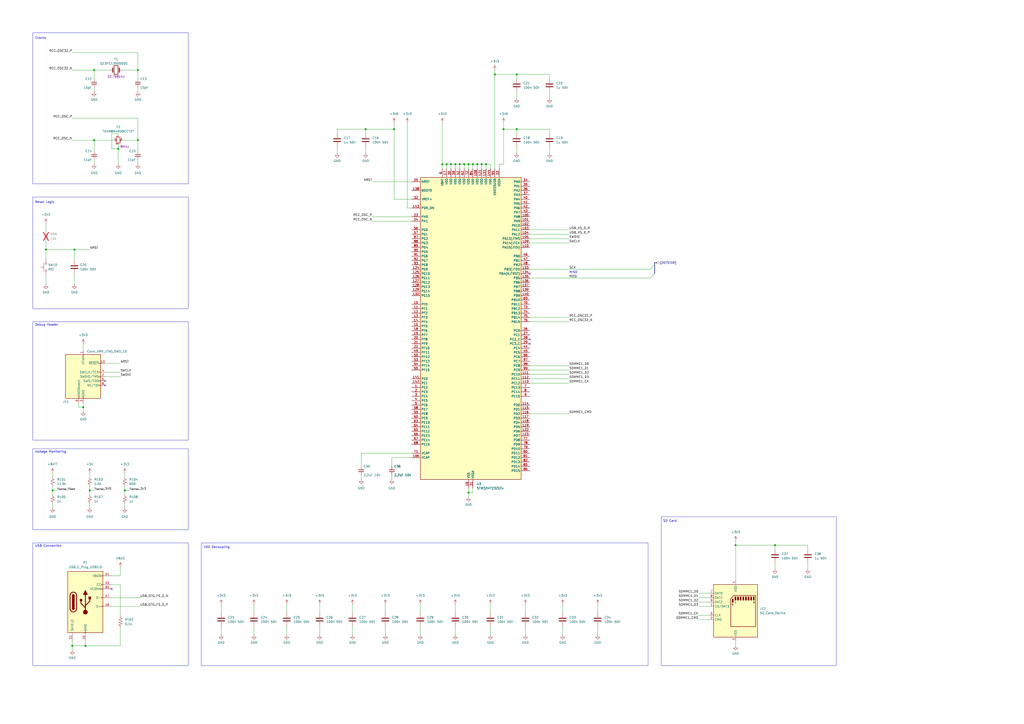
<source format=kicad_sch>
(kicad_sch (version 20231120) (generator "eeschema") (generator_version "8.0")
  (paper "A2")
  (title_block (title "Control") (date "2024-12-21") (rev "v3.0") (company "SSL A-Team") (comment 1 "Author: Will Stuckey"))
  (junction (at 274.32 95.25))
  (junction (at 54.61 40.64))
  (junction (at 449.58 316.23))
  (junction (at 54.61 81.28))
  (junction (at 30.48 284.48))
  (junction (at 269.24 95.25))
  (junction (at 299.72 74.93))
  (junction (at 266.7 95.25))
  (junction (at 72.39 284.48))
  (junction (at 287.02 43.18))
  (junction (at 80.01 40.64))
  (junction (at 271.78 95.25))
  (junction (at 276.86 95.25))
  (junction (at 426.72 316.23))
  (junction (at 80.01 81.28))
  (junction (at 52.07 284.48))
  (junction (at 228.6 74.93))
  (junction (at 292.1 74.93))
  (junction (at 261.62 95.25))
  (junction (at 281.94 95.25))
  (junction (at 279.4 95.25))
  (junction (at 271.78 285.75))
  (junction (at 48.26 236.22))
  (junction (at 212.09 74.93))
  (junction (at 256.54 95.25))
  (junction (at 41.91 374.65))
  (junction (at 68.58 86.36))
  (junction (at 49.53 374.65))
  (junction (at 264.16 95.25))
  (junction (at 43.18 144.78))
  (junction (at 259.08 95.25))
  (junction (at 299.72 43.18))
  (junction (at 26.67 144.78))
  (no_connect (at 307.34 158.75))
  (no_connect (at 60.96 220.98))
  (no_connect (at 307.34 196.85))
  (no_connect (at 307.34 199.39))
  (no_connect (at 60.96 223.52))
  (no_connect (at 64.77 341.63))
  (bus_entry (at 379.73 153.67) (size -2.54 2.54))
  (bus_entry (at 379.73 158.75) (size -2.54 2.54))
  (wire (pts (xy 236.22 120.65) (xy 238.76 120.65)))
  (wire (pts (xy 405.13 351.79) (xy 411.48 351.79)))
  (wire (pts (xy 68.58 78.74) (xy 68.58 77.47)))
  (wire (pts (xy 299.72 53.34) (xy 299.72 57.15)))
  (wire (pts (xy 287.02 40.64) (xy 287.02 43.18)))
  (wire (pts (xy 209.55 275.59) (xy 209.55 278.13)))
  (wire (pts (xy 54.61 81.28) (xy 66.04 81.28)))
  (wire (pts (xy 264.16 95.25) (xy 264.16 97.79)))
  (wire (pts (xy 284.48 95.25) (xy 281.94 95.25)))
  (wire (pts (xy 468.63 316.23) (xy 449.58 316.23)))
  (wire (pts (xy 269.24 95.25) (xy 269.24 97.79)))
  (wire (pts (xy 26.67 144.78) (xy 43.18 144.78)))
  (wire (pts (xy 209.55 270.51) (xy 209.55 262.89)))
  (wire (pts (xy 215.9 105.41) (xy 238.76 105.41)))
  (wire (pts (xy 30.48 292.1) (xy 30.48 294.64)))
  (wire (pts (xy 346.71 363.22) (xy 346.71 368.3)))
  (wire (pts (xy 71.12 40.64) (xy 80.01 40.64)))
  (wire (pts (xy 54.61 40.64) (xy 54.61 45.72)))
  (wire (pts (xy 292.1 95.25) (xy 289.56 95.25)))
  (wire (pts (xy 299.72 74.93) (xy 318.77 74.93)))
  (wire (pts (xy 318.77 85.09) (xy 318.77 88.9)))
  (wire (pts (xy 238.76 115.57) (xy 228.6 115.57)))
  (wire (pts (xy 449.58 316.23) (xy 426.72 316.23)))
  (wire (pts (xy 307.34 133.35) (xy 330.2 133.35)))
  (wire (pts (xy 468.63 318.77) (xy 468.63 316.23)))
  (wire (pts (xy 279.4 95.25) (xy 279.4 97.79)))
  (wire (pts (xy 307.34 186.69) (xy 330.2 186.69)))
  (wire (pts (xy 30.48 284.48) (xy 30.48 287.02)))
  (wire (pts (xy 64.77 346.71) (xy 81.28 346.71)))
  (wire (pts (xy 45.72 236.22) (xy 48.26 236.22)))
  (wire (pts (xy 30.48 274.32) (xy 30.48 276.86)))
  (wire (pts (xy 279.4 95.25) (xy 276.86 95.25)))
  (wire (pts (xy 41.91 374.65) (xy 41.91 377.19)))
  (wire (pts (xy 185.42 350.52) (xy 185.42 355.6)))
  (wire (pts (xy 261.62 95.25) (xy 261.62 97.79)))
  (wire (pts (xy 326.39 363.22) (xy 326.39 368.3)))
  (wire (pts (xy 426.72 316.23) (xy 426.72 336.55)))
  (bus (pts (xy 381 152.4) (xy 379.73 152.4)))
  (wire (pts (xy 60.96 210.82) (xy 69.85 210.82)))
  (wire (pts (xy 236.22 71.12) (xy 236.22 120.65)))
  (wire (pts (xy 215.9 125.73) (xy 238.76 125.73)))
  (wire (pts (xy 30.48 284.48) (xy 33.02 284.48)))
  (wire (pts (xy 266.7 95.25) (xy 264.16 95.25)))
  (wire (pts (xy 289.56 95.25) (xy 289.56 97.79)))
  (wire (pts (xy 223.52 350.52) (xy 223.52 355.6)))
  (wire (pts (xy 307.34 222.25) (xy 330.2 222.25)))
  (bus (pts (xy 379.73 153.67) (xy 379.73 158.75)))
  (wire (pts (xy 54.61 40.64) (xy 63.5 40.64)))
  (wire (pts (xy 43.18 144.78) (xy 43.18 151.13)))
  (wire (pts (xy 227.33 275.59) (xy 227.33 278.13)))
  (wire (pts (xy 54.61 92.71) (xy 54.61 95.25)))
  (wire (pts (xy 276.86 95.25) (xy 274.32 95.25)))
  (wire (pts (xy 166.37 363.22) (xy 166.37 368.3)))
  (wire (pts (xy 405.13 359.41) (xy 411.48 359.41)))
  (wire (pts (xy 307.34 214.63) (xy 330.2 214.63)))
  (wire (pts (xy 307.34 219.71) (xy 330.2 219.71)))
  (wire (pts (xy 228.6 71.12) (xy 228.6 74.93)))
  (wire (pts (xy 284.48 97.79) (xy 284.48 95.25)))
  (wire (pts (xy 274.32 95.25) (xy 271.78 95.25)))
  (wire (pts (xy 287.02 43.18) (xy 299.72 43.18)))
  (wire (pts (xy 60.96 215.9) (xy 69.85 215.9)))
  (wire (pts (xy 318.77 53.34) (xy 318.77 57.15)))
  (wire (pts (xy 346.71 350.52) (xy 346.71 355.6)))
  (wire (pts (xy 259.08 95.25) (xy 256.54 95.25)))
  (wire (pts (xy 64.77 86.36) (xy 68.58 86.36)))
  (wire (pts (xy 228.6 115.57) (xy 228.6 74.93)))
  (wire (pts (xy 69.85 339.09) (xy 69.85 356.87)))
  (wire (pts (xy 72.39 281.94) (xy 72.39 284.48)))
  (wire (pts (xy 299.72 45.72) (xy 299.72 43.18)))
  (wire (pts (xy 64.77 77.47) (xy 64.77 86.36)))
  (wire (pts (xy 43.18 144.78) (xy 52.07 144.78)))
  (wire (pts (xy 212.09 85.09) (xy 212.09 88.9)))
  (wire (pts (xy 264.16 95.25) (xy 261.62 95.25)))
  (wire (pts (xy 48.26 236.22) (xy 48.26 238.76)))
  (wire (pts (xy 48.26 199.39) (xy 48.26 203.2)))
  (wire (pts (xy 69.85 374.65) (xy 49.53 374.65)))
  (wire (pts (xy 49.53 374.65) (xy 41.91 374.65)))
  (wire (pts (xy 271.78 95.25) (xy 271.78 97.79)))
  (wire (pts (xy 204.47 363.22) (xy 204.47 368.3)))
  (wire (pts (xy 60.96 218.44) (xy 69.85 218.44)))
  (wire (pts (xy 284.48 363.22) (xy 284.48 368.3)))
  (wire (pts (xy 54.61 50.8) (xy 54.61 53.34)))
  (wire (pts (xy 215.9 128.27) (xy 238.76 128.27)))
  (wire (pts (xy 426.72 372.11) (xy 426.72 374.65)))
  (wire (pts (xy 405.13 349.25) (xy 411.48 349.25)))
  (wire (pts (xy 68.58 83.82) (xy 68.58 86.36)))
  (wire (pts (xy 307.34 212.09) (xy 330.2 212.09)))
  (wire (pts (xy 269.24 95.25) (xy 266.7 95.25)))
  (wire (pts (xy 41.91 372.11) (xy 41.91 374.65)))
  (wire (pts (xy 256.54 95.25) (xy 256.54 97.79)))
  (wire (pts (xy 49.53 372.11) (xy 49.53 374.65)))
  (wire (pts (xy 80.01 40.64) (xy 80.01 45.72)))
  (wire (pts (xy 41.91 30.48) (xy 80.01 30.48)))
  (wire (pts (xy 292.1 95.25) (xy 292.1 74.93)))
  (wire (pts (xy 52.07 284.48) (xy 52.07 287.02)))
  (wire (pts (xy 287.02 43.18) (xy 287.02 97.79)))
  (wire (pts (xy 264.16 350.52) (xy 264.16 355.6)))
  (wire (pts (xy 274.32 283.21) (xy 274.32 285.75)))
  (wire (pts (xy 292.1 74.93) (xy 299.72 74.93)))
  (wire (pts (xy 166.37 350.52) (xy 166.37 355.6)))
  (wire (pts (xy 307.34 240.03) (xy 330.2 240.03)))
  (wire (pts (xy 307.34 217.17) (xy 330.2 217.17)))
  (wire (pts (xy 52.07 284.48) (xy 54.61 284.48)))
  (wire (pts (xy 26.67 144.78) (xy 26.67 149.86)))
  (wire (pts (xy 71.12 81.28) (xy 80.01 81.28)))
  (wire (pts (xy 326.39 350.52) (xy 326.39 355.6)))
  (wire (pts (xy 405.13 356.87) (xy 411.48 356.87)))
  (wire (pts (xy 307.34 161.29) (xy 377.19 161.29)))
  (wire (pts (xy 64.77 339.09) (xy 69.85 339.09)))
  (wire (pts (xy 41.91 68.58) (xy 80.01 68.58)))
  (wire (pts (xy 195.58 85.09) (xy 195.58 88.9)))
  (wire (pts (xy 318.77 45.72) (xy 318.77 43.18)))
  (wire (pts (xy 72.39 284.48) (xy 74.93 284.48)))
  (wire (pts (xy 304.8 363.22) (xy 304.8 368.3)))
  (wire (pts (xy 405.13 346.71) (xy 411.48 346.71)))
  (wire (pts (xy 271.78 95.25) (xy 269.24 95.25)))
  (wire (pts (xy 292.1 71.12) (xy 292.1 74.93)))
  (wire (pts (xy 185.42 363.22) (xy 185.42 368.3)))
  (wire (pts (xy 69.85 364.49) (xy 69.85 374.65)))
  (wire (pts (xy 212.09 74.93) (xy 228.6 74.93)))
  (wire (pts (xy 223.52 363.22) (xy 223.52 368.3)))
  (wire (pts (xy 256.54 71.12) (xy 256.54 95.25)))
  (wire (pts (xy 264.16 363.22) (xy 264.16 368.3)))
  (wire (pts (xy 52.07 281.94) (xy 52.07 284.48)))
  (wire (pts (xy 307.34 135.89) (xy 330.2 135.89)))
  (wire (pts (xy 26.67 139.7) (xy 26.67 144.78)))
  (wire (pts (xy 243.84 350.52) (xy 243.84 355.6)))
  (wire (pts (xy 80.01 50.8) (xy 80.01 53.34)))
  (wire (pts (xy 274.32 95.25) (xy 274.32 97.79)))
  (wire (pts (xy 274.32 285.75) (xy 271.78 285.75)))
  (wire (pts (xy 449.58 316.23) (xy 449.58 318.77)))
  (wire (pts (xy 41.91 81.28) (xy 54.61 81.28)))
  (wire (pts (xy 48.26 233.68) (xy 48.26 236.22)))
  (wire (pts (xy 227.33 265.43) (xy 238.76 265.43)))
  (wire (pts (xy 307.34 138.43) (xy 330.2 138.43)))
  (wire (pts (xy 271.78 283.21) (xy 271.78 285.75)))
  (wire (pts (xy 307.34 140.97) (xy 330.2 140.97)))
  (wire (pts (xy 266.7 95.25) (xy 266.7 97.79)))
  (wire (pts (xy 68.58 77.47) (xy 64.77 77.47)))
  (wire (pts (xy 281.94 95.25) (xy 281.94 97.79)))
  (wire (pts (xy 204.47 350.52) (xy 204.47 355.6)))
  (wire (pts (xy 43.18 158.75) (xy 43.18 165.1)))
  (wire (pts (xy 468.63 326.39) (xy 468.63 330.2)))
  (wire (pts (xy 72.39 292.1) (xy 72.39 294.64)))
  (wire (pts (xy 64.77 334.01) (xy 69.85 334.01)))
  (wire (pts (xy 52.07 274.32) (xy 52.07 276.86)))
  (wire (pts (xy 271.78 285.75) (xy 271.78 288.29)))
  (wire (pts (xy 147.32 363.22) (xy 147.32 368.3)))
  (wire (pts (xy 80.01 30.48) (xy 80.01 40.64)))
  (wire (pts (xy 307.34 156.21) (xy 377.19 156.21)))
  (wire (pts (xy 318.77 74.93) (xy 318.77 77.47)))
  (wire (pts (xy 80.01 92.71) (xy 80.01 95.25)))
  (wire (pts (xy 54.61 87.63) (xy 54.61 81.28)))
  (wire (pts (xy 147.32 350.52) (xy 147.32 355.6)))
  (wire (pts (xy 41.91 40.64) (xy 54.61 40.64)))
  (wire (pts (xy 227.33 270.51) (xy 227.33 265.43)))
  (wire (pts (xy 69.85 334.01) (xy 69.85 328.93)))
  (bus (pts (xy 379.73 152.4) (xy 379.73 153.67)))
  (wire (pts (xy 72.39 284.48) (xy 72.39 287.02)))
  (wire (pts (xy 195.58 77.47) (xy 195.58 74.93)))
  (wire (pts (xy 318.77 43.18) (xy 299.72 43.18)))
  (wire (pts (xy 195.58 74.93) (xy 212.09 74.93)))
  (wire (pts (xy 64.77 351.79) (xy 81.28 351.79)))
  (wire (pts (xy 299.72 74.93) (xy 299.72 77.47)))
  (wire (pts (xy 209.55 262.89) (xy 238.76 262.89)))
  (wire (pts (xy 72.39 274.32) (xy 72.39 276.86)))
  (wire (pts (xy 128.27 350.52) (xy 128.27 355.6)))
  (wire (pts (xy 307.34 184.15) (xy 330.2 184.15)))
  (wire (pts (xy 243.84 363.22) (xy 243.84 368.3)))
  (wire (pts (xy 52.07 292.1) (xy 52.07 294.64)))
  (wire (pts (xy 304.8 350.52) (xy 304.8 355.6)))
  (wire (pts (xy 26.67 160.02) (xy 26.67 165.1)))
  (wire (pts (xy 261.62 95.25) (xy 259.08 95.25)))
  (wire (pts (xy 80.01 81.28) (xy 80.01 87.63)))
  (wire (pts (xy 30.48 281.94) (xy 30.48 284.48)))
  (wire (pts (xy 299.72 85.09) (xy 299.72 88.9)))
  (wire (pts (xy 212.09 74.93) (xy 212.09 77.47)))
  (wire (pts (xy 276.86 95.25) (xy 276.86 97.79)))
  (wire (pts (xy 449.58 326.39) (xy 449.58 330.2)))
  (wire (pts (xy 80.01 68.58) (xy 80.01 81.28)))
  (wire (pts (xy 284.48 350.52) (xy 284.48 355.6)))
  (wire (pts (xy 405.13 344.17) (xy 411.48 344.17)))
  (wire (pts (xy 45.72 233.68) (xy 45.72 236.22)))
  (wire (pts (xy 68.58 86.36) (xy 68.58 95.25)))
  (wire (pts (xy 259.08 97.79) (xy 259.08 95.25)))
  (wire (pts (xy 128.27 363.22) (xy 128.27 368.3)))
  (wire (pts (xy 26.67 129.54) (xy 26.67 134.62)))
  (wire (pts (xy 426.72 313.69) (xy 426.72 316.23)))
  (wire (pts (xy 281.94 95.25) (xy 279.4 95.25)))
  (rectangle (start 19.05 19.05) (end 109.22 106.68))
  (rectangle (start 19.05 186.69) (end 109.22 255.27))
  (rectangle (start 19.05 260.35) (end 109.22 307.34))
  (rectangle (start 116.84 314.96) (end 375.92 386.08))
  (rectangle (start 19.05 114.3) (end 109.22 179.07))
  (rectangle (start 383.54 299.72) (end 485.14 386.08))
  (rectangle (start 19.05 314.96) (end 109.22 386.08))
  (text "USB Connection" (at 20.32 317.5 0) (effects (font (size 1.27 1.27)) (justify left bottom)))
  (text "Clocks" (at 20.32 22.86 0) (effects (font (size 1.27 1.27)) (justify left bottom)))
  (text "Debug Header" (at 20.32 189.23 0) (effects (font (size 1.27 1.27)) (justify left bottom)))
  (text "VDD Decoupling" (at 125.73 317.5 0) (effects (font (size 1.27 1.27))))
  (text "Voltage Monitoring" (at 20.32 262.89 0) (effects (font (size 1.27 1.27)) (justify left bottom)))
  (text "Reset Logic" (at 20.32 118.11 0) (effects (font (size 1.27 1.27)) (justify left bottom)))
  (text "SD Card" (at 388.62 302.26 0) (effects (font (size 1.27 1.27))))
  (text "MISO" (at 330.2 158.75 0) (effects (font (size 1.27 1.27)) (justify left bottom)))
  (label "SDMMC1_D1" (at 405.13 346.71 180))
  (label "SDMMC1_D2" (at 405.13 349.25 180))
  (label "SDMMC1_D1" (at 330.2 214.63 0))
  (label "SDMMC1_CK" (at 330.2 222.25 0))
  (label "SWCLK" (at 330.2 140.97 0))
  (label "V_{sense}_V_{batt}" (at 33.02 284.48 0))
  (label "SDMMC1_D3" (at 330.2 219.71 0))
  (label "USB_HS_D_M" (at 330.2 133.35 0))
  (label "SWDIO" (at 69.85 218.44 0))
  (label "RCC_OSC_N" (at 41.91 81.28 180))
  (label "SWDIO" (at 330.2 138.43 0))
  (label "SDMMC1_D3" (at 405.13 351.79 180))
  (label "RCC_OSC32_P" (at 41.91 30.48 180))
  (label "NRST" (at 52.07 144.78 0))
  (label "V_{sense}_5V0" (at 54.61 284.48 0))
  (label "SDMMC1_D2" (at 330.2 217.17 0))
  (label "RCC_OSC32_P" (at 330.2 184.15 0))
  (label "SDMMC1_D0" (at 405.13 344.17 180))
  (label "RCC_OSC_P" (at 41.91 68.58 180))
  (label "RCC_OSC_N" (at 215.9 128.27 180))
  (label "RCC_OSC32_N" (at 330.2 186.69 0))
  (label "SCK" (at 330.2 156.21 0))
  (label "USB_HS_D_P" (at 330.2 135.89 0))
  (label "NRST" (at 69.85 210.82 0))
  (label "USB_OTG_FS_D_N" (at 81.28 346.71 0))
  (label "SDMMC1_D0" (at 330.2 212.09 0))
  (label "SDMMC1_CMD" (at 330.2 240.03 0))
  (label "SDMMC1_CMD" (at 405.13 359.41 180))
  (label "SDMMC1_CK" (at 405.13 356.87 180))
  (label "SWCLK" (at 69.85 215.9 0))
  (label "V_{sense}_3v3" (at 74.93 284.48 0))
  (label "RCC_OSC32_N" (at 41.91 40.64 180))
  (label "USB_OTG_FS_D_P" (at 81.28 351.79 0))
  (label "NRST" (at 215.9 105.41 180))
  (label "MOSI" (at 330.2 161.29 0))
  (label "RCC_OSC_P" (at 215.9 125.73 180))
  (hierarchical_label "{DOTSTAR}" (shape output) (at 381 152.4 0))
  (symbol (lib_id "power:+3V0") (at 292.1 71.12 0) (unit 1)
    (property "Reference" "#PWR0118" (effects (hide yes)))
    (property "Value" "+3V0" (at 292.1 66.04 0))
    (property "Description" "Power symbol creates a global label with name \"+3V0\"" (effects (hide yes)))
  )
  (symbol (lib_id "Device:R_Small_US") (at 26.67 137.16 0) (unit 1) (in_bom no) (dnp yes)
    (property "Reference" "R99" (at 29.21 135.89 0) (effects (justify left)))
    (property "Value" "10k" (at 29.21 138.43 0) (effects (justify left)))
    (property "Footprint" "Resistor_SMD:R_0402_1005Metric" (effects (hide yes)))
    (property "Description" "Resistor, small US symbol" (effects (hide yes)))
  )
  (symbol (lib_id "power:GND") (at 30.48 294.64 0) (unit 1)
    (property "Reference" "#PWR0132" (effects (hide yes)))
    (property "Value" "GND" (at 30.48 299.72 0))
    (property "Description" "Power symbol creates a global label with name \"GND\" , ground" (effects (hide yes)))
  )
  (symbol (lib_id "power:GND") (at 243.84 368.3 0) (mirror y) (unit 1)
    (property "Reference" "#PWR0153" (effects (hide yes)))
    (property "Value" "GND" (at 243.84 372.745 0))
    (property "Description" "Power symbol creates a global label with name \"GND\" , ground" (effects (hide yes)))
  )
  (symbol (lib_id "Device:C") (at 264.16 359.41 0) (mirror y) (unit 1)
    (property "Reference" "C30" (at 267.97 358.14 0) (effects (justify right)))
    (property "Value" "100n 50V" (at 267.97 360.68 0) (effects (justify right)))
    (property "Footprint" "Capacitor_SMD:C_0402_1005Metric" (effects (hide yes)))
    (property "Description" "Unpolarized capacitor" (effects (hide yes)))
  )
  (symbol (lib_id "Device:C") (at 326.39 359.41 0) (mirror y) (unit 1)
    (property "Reference" "C33" (at 330.2 358.14 0) (effects (justify right)))
    (property "Value" "100n 50V" (at 330.2 360.68 0) (effects (justify right)))
    (property "Footprint" "Capacitor_SMD:C_0402_1005Metric" (effects (hide yes)))
    (property "Description" "Unpolarized capacitor" (effects (hide yes)))
  )
  (symbol (lib_id "power:+3V0") (at 228.6 71.12 0) (unit 1)
    (property "Reference" "#PWR0117" (effects (hide yes)))
    (property "Value" "+3V0" (at 228.6 66.04 0))
    (property "Description" "Power symbol creates a global label with name \"+3V0\"" (effects (hide yes)))
  )
  (symbol (lib_id "Device:C") (at 212.09 81.28 0) (mirror y) (unit 1)
    (property "Reference" "C16" (at 215.9 80.0099 0) (effects (justify right)))
    (property "Value" "100n 50V" (at 215.9 82.5499 0) (effects (justify right)))
    (property "Footprint" "Capacitor_SMD:C_0402_1005Metric" (effects (hide yes)))
    (property "Description" "Unpolarized capacitor" (effects (hide yes)))
  )
  (symbol (lib_id "power:GND") (at 227.33 278.13 0) (unit 1)
    (property "Reference" "#PWR0167" (effects (hide yes)))
    (property "Value" "GND" (at 227.33 283.21 0))
  )
  (symbol (lib_id "Device:C") (at 204.47 359.41 0) (mirror y) (unit 1)
    (property "Reference" "C27" (at 208.28 358.14 0) (effects (justify right)))
    (property "Value" "100n 50V" (at 208.28 360.68 0) (effects (justify right)))
    (property "Footprint" "Capacitor_SMD:C_0402_1005Metric" (effects (hide yes)))
    (property "Description" "Unpolarized capacitor" (effects (hide yes)))
  )
  (symbol (lib_id "power:+3V3") (at 128.27 350.52 0) (unit 1)
    (property "Reference" "#PWR0141" (effects (hide yes)))
    (property "Value" "+3V3" (at 128.27 345.44 0))
    (property "Description" "Power symbol creates a global label with name \"+3V3\"" (effects (hide yes)))
  )
  (symbol (lib_id "Device:R_US") (at 69.85 360.68 0) (unit 1)
    (property "Reference" "R102" (at 72.39 359.4099 0) (effects (justify left)))
    (property "Value" "5.1k" (at 72.39 361.9499 0) (effects (justify left)))
    (property "Footprint" "Resistor_SMD:R_0402_1005Metric" (effects (hide yes)))
  )
  (symbol (lib_id "Device:C") (at 318.77 49.53 0) (mirror y) (unit 1)
    (property "Reference" "C22" (at 322.58 48.2599 0) (effects (justify right)))
    (property "Value" "1u 50V" (at 322.58 50.7999 0) (effects (justify right)))
    (property "Footprint" "Capacitor_SMD:C_0402_1005Metric" (effects (hide yes)))
    (property "Description" "Unpolarized capacitor" (effects (hide yes)))
  )
  (symbol (lib_id "power:+3V3") (at 204.47 350.52 0) (unit 1)
    (property "Reference" "#PWR0148" (effects (hide yes)))
    (property "Value" "+3V3" (at 204.47 345.44 0))
    (property "Description" "Power symbol creates a global label with name \"+3V3\"" (effects (hide yes)))
  )
  (symbol (lib_id "Device:R_Small_US") (at 30.48 289.56 0) (unit 1)
    (property "Reference" "R105" (at 33.02 288.2899 0) (effects (justify left)))
    (property "Value" "1k" (at 33.02 290.8299 0) (effects (justify left)))
    (property "Footprint" "Resistor_SMD:R_0402_1005Metric" (effects (hide yes)))
    (property "Description" "Resistor, small US symbol" (effects (hide yes)))
  )
  (symbol (lib_id "Device:C") (at 346.71 359.41 0) (mirror y) (unit 1)
    (property "Reference" "C34" (at 350.52 358.14 0) (effects (justify right)))
    (property "Value" "100n 50V" (at 350.52 360.68 0) (effects (justify right)))
    (property "Footprint" "Capacitor_SMD:C_0402_1005Metric" (effects (hide yes)))
    (property "Description" "Unpolarized capacitor" (effects (hide yes)))
  )
  (symbol (lib_id "Device:C") (at 166.37 359.41 0) (mirror y) (unit 1)
    (property "Reference" "C25" (at 170.18 358.14 0) (effects (justify right)))
    (property "Value" "100n 50V" (at 170.18 360.68 0) (effects (justify right)))
    (property "Footprint" "Capacitor_SMD:C_0402_1005Metric" (effects (hide yes)))
    (property "Description" "Unpolarized capacitor" (effects (hide yes)))
  )
  (symbol (lib_id "power:GND") (at 212.09 88.9 0) (mirror y) (unit 1)
    (property "Reference" "#PWR0119" (effects (hide yes)))
    (property "Value" "GND" (at 212.09 93.345 0))
    (property "Description" "Power symbol creates a global label with name \"GND\" , ground" (effects (hide yes)))
  )
  (symbol (lib_id "Device:C") (at 243.84 359.41 0) (mirror y) (unit 1)
    (property "Reference" "C29" (at 247.65 358.14 0) (effects (justify right)))
    (property "Value" "100n 50V" (at 247.65 360.68 0) (effects (justify right)))
    (property "Footprint" "Capacitor_SMD:C_0402_1005Metric" (effects (hide yes)))
    (property "Description" "Unpolarized capacitor" (effects (hide yes)))
  )
  (symbol (lib_id "power:GND") (at 195.58 88.9 0) (mirror y) (unit 1)
    (property "Reference" "#PWR0120" (effects (hide yes)))
    (property "Value" "GND" (at 195.58 93.345 0))
    (property "Description" "Power symbol creates a global label with name \"GND\" , ground" (effects (hide yes)))
  )
  (symbol (lib_id "power:+3V3") (at 256.54 71.12 0) (unit 1)
    (property "Reference" "#PWR0136" (effects (hide yes)))
    (property "Value" "+3V3" (at 256.54 66.04 0))
    (property "Description" "Power symbol creates a global label with name \"+3V3\"" (effects (hide yes)))
  )
  (symbol (lib_id "power:GND") (at 204.47 368.3 0) (mirror y) (unit 1)
    (property "Reference" "#PWR0149" (effects (hide yes)))
    (property "Value" "GND" (at 204.47 372.745 0))
    (property "Description" "Power symbol creates a global label with name \"GND\" , ground" (effects (hide yes)))
  )
  (symbol (lib_id "power:GND") (at 271.78 288.29 0) (mirror y) (unit 1)
    (property "Reference" "#PWR0165" (effects (hide yes)))
    (property "Value" "GND" (at 271.78 292.735 0))
    (property "Description" "Power symbol creates a global label with name \"GND\" , ground" (effects (hide yes)))
  )
  (symbol (lib_id "Device:C") (at 299.72 81.28 0) (mirror y) (unit 1)
    (property "Reference" "C18" (at 303.53 80.01 0) (effects (justify right)))
    (property "Value" "100n 50V" (at 303.53 82.55 0) (effects (justify right)))
    (property "Footprint" "Capacitor_SMD:C_0402_1005Metric" (effects (hide yes)))
    (property "Description" "Unpolarized capacitor" (effects (hide yes)))
  )
  (symbol (lib_id "Device:C") (at 128.27 359.41 0) (mirror y) (unit 1)
    (property "Reference" "C23" (at 132.08 358.14 0) (effects (justify right)))
    (property "Value" "100n 50V" (at 132.08 360.68 0) (effects (justify right)))
    (property "Footprint" "Capacitor_SMD:C_0402_1005Metric" (effects (hide yes)))
    (property "Description" "Unpolarized capacitor" (effects (hide yes)))
  )
  (symbol (lib_id "power:GND") (at 326.39 368.3 0) (mirror y) (unit 1)
    (property "Reference" "#PWR0161" (effects (hide yes)))
    (property "Value" "GND" (at 326.39 372.745 0))
    (property "Description" "Power symbol creates a global label with name \"GND\" , ground" (effects (hide yes)))
  )
  (symbol (lib_id "Connector:SD_Card_Device") (at 426.72 354.33 0) (unit 1)
    (property "Reference" "J12" (at 440.69 353.0599 0) (effects (justify left)))
    (property "Value" "SD_Card_Device" (at 440.69 355.5999 0) (effects (justify left)))
    (property "Datasheet" "http://www.convict.lu/pdf/ProdManualSDCardv1.9.pdf" (effects (hide yes)))
    (property "Description" "SD card device/card" (effects (hide yes)))
  )
  (symbol (lib_id "power:GND") (at 43.18 165.1 0) (unit 1)
    (property "Reference" "#PWR0126" (effects (hide yes)))
    (property "Value" "GND" (at 43.18 169.545 0))
    (property "Description" "Power symbol creates a global label with name \"GND\" , ground" (effects (hide yes)))
  )
  (symbol (lib_id "power:GND") (at 299.72 57.15 0) (mirror y) (unit 1)
    (property "Reference" "#PWR0138" (effects (hide yes)))
    (property "Value" "GND" (at 299.72 61.595 0))
    (property "Description" "Power symbol creates a global label with name \"GND\" , ground" (effects (hide yes)))
  )
  (symbol (lib_id "Device:C") (at 185.42 359.41 0) (mirror y) (unit 1)
    (property "Reference" "C26" (at 189.23 358.14 0) (effects (justify right)))
    (property "Value" "100n 50V" (at 189.23 360.68 0) (effects (justify right)))
    (property "Footprint" "Capacitor_SMD:C_0402_1005Metric" (effects (hide yes)))
    (property "Description" "Unpolarized capacitor" (effects (hide yes)))
  )
  (symbol (lib_id "power:GND") (at 299.72 88.9 0) (mirror y) (unit 1)
    (property "Reference" "#PWR0121" (effects (hide yes)))
    (property "Value" "GND" (at 299.72 93.345 0))
    (property "Description" "Power symbol creates a global label with name \"GND\" , ground" (effects (hide yes)))
  )
  (symbol (lib_id "power:+3V3") (at 426.72 313.69 0) (unit 1)
    (property "Reference" "#PWR0168" (effects (hide yes)))
    (property "Value" "+3V3" (at 426.72 308.61 0))
    (property "Description" "Power symbol creates a global label with name \"+3V3\"" (effects (hide yes)))
  )
  (symbol (lib_id "power:+3V3") (at 26.67 129.54 0) (unit 1)
    (property "Reference" "#PWR0123" (effects (hide yes)))
    (property "Value" "+3V3" (at 26.67 124.46 0))
    (property "Description" "Power symbol creates a global label with name \"+3V3\"" (effects (hide yes)))
  )
  (symbol (lib_id "power:GND") (at 52.07 294.64 0) (unit 1)
    (property "Reference" "#PWR0134" (effects (hide yes)))
    (property "Value" "GND" (at 52.07 299.72 0))
    (property "Description" "Power symbol creates a global label with name \"GND\" , ground" (effects (hide yes)))
  )
  (symbol (lib_id "power:+3V3") (at 147.32 350.52 0) (unit 1)
    (property "Reference" "#PWR0142" (effects (hide yes)))
    (property "Value" "+3V3" (at 147.32 345.44 0))
    (property "Description" "Power symbol creates a global label with name \"+3V3\"" (effects (hide yes)))
  )
  (symbol (lib_id "power:+5V") (at 52.07 274.32 0) (unit 1)
    (property "Reference" "#PWR0130" (effects (hide yes)))
    (property "Value" "+5V" (at 52.07 269.24 0))
    (property "Description" "Power symbol creates a global label with name \"+5V\"" (effects (hide yes)))
  )
  (symbol (lib_id "power:GND") (at 48.26 238.76 0) (unit 1)
    (property "Reference" "#PWR0127" (effects (hide yes)))
    (property "Value" "GND" (at 48.26 243.205 0))
    (property "Description" "Power symbol creates a global label with name \"GND\" , ground" (effects (hide yes)))
  )
  (symbol (lib_id "power:GND") (at 318.77 88.9 0) (mirror y) (unit 1)
    (property "Reference" "#PWR0122" (effects (hide yes)))
    (property "Value" "GND" (at 318.77 93.345 0))
    (property "Description" "Power symbol creates a global label with name \"GND\" , ground" (effects (hide yes)))
  )
  (symbol (lib_id "power:GND") (at 54.61 53.34 0) (unit 1)
    (property "Reference" "#PWR0112" (effects (hide yes)))
    (property "Value" "GND" (at 54.61 57.785 0))
    (property "Description" "Power symbol creates a global label with name \"GND\" , ground" (effects (hide yes)))
  )
  (symbol (lib_id "power:GND") (at 185.42 368.3 0) (mirror y) (unit 1)
    (property "Reference" "#PWR0147" (effects (hide yes)))
    (property "Value" "GND" (at 185.42 372.745 0))
    (property "Description" "Power symbol creates a global label with name \"GND\" , ground" (effects (hide yes)))
  )
  (symbol (lib_id "power:+3V3") (at 48.26 199.39 0) (unit 1)
    (property "Reference" "#PWR0124" (effects (hide yes)))
    (property "Value" "+3V3" (at 48.26 194.31 0))
    (property "Description" "Power symbol creates a global label with name \"+3V3\"" (effects (hide yes)))
  )
  (symbol (lib_id "Device:Crystal") (at 67.31 40.64 0) (unit 1)
    (property "Reference" "Y1" (at 67.31 34.29 0))
    (property "Value" "Q13FC13500005" (at 66.04 36.83 0))
    (property "Footprint" "Crystal:Crystal_SMD_3215-2Pin_3.2x1.5mm" (effects (hide yes)))
    (property "Description" "Two pin crystal" (effects (hide yes)))
    (property "Value2" "32.768kHz" (at 67.31 44.45 0))
  )
  (symbol (lib_id "Device:C") (at 449.58 322.58 0) (mirror y) (unit 1)
    (property "Reference" "C37" (at 453.39 321.31 0) (effects (justify right)))
    (property "Value" "100n 50V" (at 453.39 323.85 0) (effects (justify right)))
    (property "Footprint" "Capacitor_SMD:C_0402_1005Metric" (effects (hide yes)))
    (property "Description" "Unpolarized capacitor" (effects (hide yes)))
  )
  (symbol (lib_id "power:GND") (at 449.58 330.2 0) (mirror y) (unit 1)
    (property "Reference" "#PWR0170" (effects (hide yes)))
    (property "Value" "GND" (at 449.58 334.645 0))
    (property "Description" "Power symbol creates a global label with name \"GND\" , ground" (effects (hide yes)))
  )
  (symbol (lib_id "power:+3V3") (at 326.39 350.52 0) (unit 1)
    (property "Reference" "#PWR0160" (effects (hide yes)))
    (property "Value" "+3V3" (at 326.39 345.44 0))
    (property "Description" "Power symbol creates a global label with name \"+3V3\"" (effects (hide yes)))
  )
  (symbol (lib_id "power:GND") (at 304.8 368.3 0) (mirror y) (unit 1)
    (property "Reference" "#PWR0159" (effects (hide yes)))
    (property "Value" "GND" (at 304.8 372.745 0))
    (property "Description" "Power symbol creates a global label with name \"GND\" , ground" (effects (hide yes)))
  )
  (symbol (lib_id "Device:C") (at 223.52 359.41 0) (mirror y) (unit 1)
    (property "Reference" "C28" (at 227.33 358.14 0) (effects (justify right)))
    (property "Value" "100n 50V" (at 227.33 360.68 0) (effects (justify right)))
    (property "Footprint" "Capacitor_SMD:C_0402_1005Metric" (effects (hide yes)))
    (property "Description" "Unpolarized capacitor" (effects (hide yes)))
  )
  (symbol (lib_id "Device:C_Small") (at 209.55 273.05 0) (unit 1)
    (property "Reference" "C35" (at 210.82 270.51 0) (effects (justify left)))
    (property "Value" "2.2uF 10V" (at 210.82 275.59 0) (effects (justify left)))
    (property "Footprint" "Capacitor_SMD:C_0603_1608Metric" (effects (hide yes)))
  )
  (symbol (lib_id "Device:C") (at 195.58 81.28 0) (mirror y) (unit 1)
    (property "Reference" "C17" (at 199.39 80.0099 0) (effects (justify right)))
    (property "Value" "1u 50V" (at 199.39 82.5499 0) (effects (justify right)))
    (property "Footprint" "Capacitor_SMD:C_0402_1005Metric" (effects (hide yes)))
    (property "Description" "Unpolarized capacitor" (effects (hide yes)))
  )
  (symbol (lib_id "Device:R_Small_US") (at 72.39 289.56 0) (unit 1)
    (property "Reference" "R108" (at 74.93 288.2899 0) (effects (justify left)))
    (property "Value" "1k" (at 74.93 290.8299 0) (effects (justify left)))
    (property "Footprint" "Resistor_SMD:R_0402_1005Metric" (effects (hide yes)))
    (property "Description" "Resistor, small US symbol" (effects (hide yes)))
  )
  (symbol (lib_id "Device:C_Small") (at 80.01 90.17 0) (mirror y) (unit 1)
    (property "Reference" "C15" (at 78.74 87.63 0) (effects (justify left)))
    (property "Value" "11pF" (at 78.74 92.71 0) (effects (justify left)))
    (property "Footprint" "Capacitor_SMD:C_0402_1005Metric" (effects (hide yes)))
    (property "Description" "Unpolarized capacitor, small symbol" (effects (hide yes)))
  )
  (symbol (lib_id "power:GND") (at 41.91 377.19 0) (unit 1)
    (property "Reference" "#PWR0129" (effects (hide yes)))
    (property "Value" "GND" (at 41.91 381.635 0))
  )
  (symbol (lib_id "Connector:USB_C_Plug_USB2.0") (at 49.53 349.25 0) (unit 1)
    (property "Reference" "P1" (at 49.53 326.39 0))
    (property "Value" "USB_C_Plug_USB2.0" (at 49.53 328.93 0))
    (property "Footprint" "Connector_USB:USB_C_Receptacle_Molex_105450-0101" (effects (hide yes)))
    (property "Datasheet" "https://www.usb.org/sites/default/files/documents/usb_type-c.zip" (effects (hide yes)))
  )
  (symbol (lib_id "power:GND") (at 166.37 368.3 0) (mirror y) (unit 1)
    (property "Reference" "#PWR0145" (effects (hide yes)))
    (property "Value" "GND" (at 166.37 372.745 0))
    (property "Description" "Power symbol creates a global label with name \"GND\" , ground" (effects (hide yes)))
  )
  (symbol (lib_id "power:GND") (at 80.01 95.25 0) (unit 1)
    (property "Reference" "#PWR0116" (effects (hide yes)))
    (property "Value" "GND" (at 80.01 100.33 0))
    (property "Description" "Power symbol creates a global label with name \"GND\" , ground" (effects (hide yes)))
  )
  (symbol (lib_id "Device:C") (at 43.18 154.94 0) (unit 1)
    (property "Reference" "C20" (at 46.355 153.6699 0) (effects (justify left)))
    (property "Value" "100n 50V" (at 46.355 156.2099 0) (effects (justify left)))
    (property "Footprint" "Capacitor_SMD:C_0402_1005Metric" (effects (hide yes)))
    (property "Description" "Unpolarized capacitor" (effects (hide yes)))
  )
  (symbol (lib_id "power:GND") (at 26.67 165.1 0) (unit 1)
    (property "Reference" "#PWR0125" (effects (hide yes)))
    (property "Value" "GND" (at 26.67 169.545 0))
    (property "Description" "Power symbol creates a global label with name \"GND\" , ground" (effects (hide yes)))
  )
  (symbol (lib_id "power:+3V3") (at 236.22 71.12 0) (unit 1)
    (property "Reference" "#PWR0164" (effects (hide yes)))
    (property "Value" "+3V3" (at 236.22 66.04 0))
    (property "Description" "Power symbol creates a global label with name \"+3V3\"" (effects (hide yes)))
  )
  (symbol (lib_id "power:+3V3") (at 72.39 274.32 0) (unit 1)
    (property "Reference" "#PWR0131" (effects (hide yes)))
    (property "Value" "+3V3" (at 72.39 269.24 0))
    (property "Description" "Power symbol creates a global label with name \"+3V3\"" (effects (hide yes)))
  )
  (symbol (lib_id "power:+3V3") (at 223.52 350.52 0) (unit 1)
    (property "Reference" "#PWR0150" (effects (hide yes)))
    (property "Value" "+3V3" (at 223.52 345.44 0))
    (property "Description" "Power symbol creates a global label with name \"+3V3\"" (effects (hide yes)))
  )
  (symbol (lib_id "power:+3V3") (at 166.37 350.52 0) (unit 1)
    (property "Reference" "#PWR0144" (effects (hide yes)))
    (property "Value" "+3V3" (at 166.37 345.44 0))
    (property "Description" "Power symbol creates a global label with name \"+3V3\"" (effects (hide yes)))
  )
  (symbol (lib_id "Device:C") (at 468.63 322.58 0) (mirror y) (unit 1)
    (property "Reference" "C38" (at 472.44 321.3099 0) (effects (justify right)))
    (property "Value" "1u 50V" (at 472.44 323.8499 0) (effects (justify right)))
    (property "Footprint" "Capacitor_SMD:C_0402_1005Metric" (effects (hide yes)))
    (property "Description" "Unpolarized capacitor" (effects (hide yes)))
  )
  (symbol (lib_id "Device:C") (at 304.8 359.41 0) (mirror y) (unit 1)
    (property "Reference" "C32" (at 308.61 358.14 0) (effects (justify right)))
    (property "Value" "100n 50V" (at 308.61 360.68 0) (effects (justify right)))
    (property "Footprint" "Capacitor_SMD:C_0402_1005Metric" (effects (hide yes)))
    (property "Description" "Unpolarized capacitor" (effects (hide yes)))
  )
  (symbol (lib_id "power:GND") (at 80.01 53.34 0) (unit 1)
    (property "Reference" "#PWR0113" (effects (hide yes)))
    (property "Value" "GND" (at 80.01 57.785 0))
    (property "Description" "Power symbol creates a global label with name \"GND\" , ground" (effects (hide yes)))
  )
  (symbol (lib_id "power:GND") (at 223.52 368.3 0) (mirror y) (unit 1)
    (property "Reference" "#PWR0151" (effects (hide yes)))
    (property "Value" "GND" (at 223.52 372.745 0))
    (property "Description" "Power symbol creates a global label with name \"GND\" , ground" (effects (hide yes)))
  )
  (symbol (lib_id "Device:C") (at 299.72 49.53 0) (mirror y) (unit 1)
    (property "Reference" "C21" (at 303.53 48.26 0) (effects (justify right)))
    (property "Value" "100n 50V" (at 303.53 50.8 0) (effects (justify right)))
    (property "Footprint" "Capacitor_SMD:C_0402_1005Metric" (effects (hide yes)))
    (property "Description" "Unpolarized capacitor" (effects (hide yes)))
  )
  (symbol (lib_id "Device:C") (at 284.48 359.41 0) (mirror y) (unit 1)
    (property "Reference" "C31" (at 288.29 358.14 0) (effects (justify right)))
    (property "Value" "100n 50V" (at 288.29 360.68 0) (effects (justify right)))
    (property "Footprint" "Capacitor_SMD:C_0402_1005Metric" (effects (hide yes)))
    (property "Description" "Unpolarized capacitor" (effects (hide yes)))
  )
  (symbol (lib_id "power:GND") (at 468.63 330.2 0) (mirror y) (unit 1)
    (property "Reference" "#PWR0171" (effects (hide yes)))
    (property "Value" "GND" (at 468.63 334.645 0))
    (property "Description" "Power symbol creates a global label with name \"GND\" , ground" (effects (hide yes)))
  )
  (symbol (lib_id "Device:C_Small") (at 80.01 48.26 0) (unit 1)
    (property "Reference" "C13" (at 81.28 45.72 0) (effects (justify left)))
    (property "Value" "15pF" (at 81.28 50.8 0) (effects (justify left)))
    (property "Footprint" "Capacitor_SMD:C_0402_1005Metric" (effects (hide yes)))
    (property "Description" "Unpolarized capacitor, small symbol" (effects (hide yes)))
  )
  (symbol (lib_id "power:VBUS") (at 69.85 328.93 0) (unit 1)
    (property "Reference" "#PWR0133" (effects (hide yes)))
    (property "Value" "VBUS" (at 69.85 323.85 0))
    (property "Description" "Power symbol creates a global label with name \"VBUS\"" (effects (hide yes)))
  )
  (symbol (lib_id "power:+BATT") (at 30.48 274.32 0) (mirror y) (unit 1)
    (property "Reference" "#PWR0128" (effects (hide yes)))
    (property "Value" "+BATT" (at 30.48 269.24 0))
    (property "Description" "Power symbol creates a global label with name \"+BATT\"" (effects (hide yes)))
  )
  (symbol (lib_id "Device:R_Small_US") (at 52.07 279.4 0) (unit 1)
    (property "Reference" "R103" (at 54.61 278.1299 0) (effects (justify left)))
    (property "Value" "1.5k" (at 54.61 280.6699 0) (effects (justify left)))
    (property "Footprint" "Resistor_SMD:R_0402_1005Metric" (effects (hide yes)))
    (property "Description" "Resistor, small US symbol" (effects (hide yes)))
  )
  (symbol (lib_id "power:+3V3") (at 264.16 350.52 0) (unit 1)
    (property "Reference" "#PWR0154" (effects (hide yes)))
    (property "Value" "+3V3" (at 264.16 345.44 0))
    (property "Description" "Power symbol creates a global label with name \"+3V3\"" (effects (hide yes)))
  )
  (symbol (lib_id "power:GND") (at 72.39 294.64 0) (unit 1)
    (property "Reference" "#PWR0135" (effects (hide yes)))
    (property "Value" "GND" (at 72.39 299.72 0))
    (property "Description" "Power symbol creates a global label with name \"GND\" , ground" (effects (hide yes)))
  )
  (symbol (lib_id "power:GND") (at 284.48 368.3 0) (mirror y) (unit 1)
    (property "Reference" "#PWR0157" (effects (hide yes)))
    (property "Value" "GND" (at 284.48 372.745 0))
    (property "Description" "Power symbol creates a global label with name \"GND\" , ground" (effects (hide yes)))
  )
  (symbol (lib_id "power:+3V3") (at 185.42 350.52 0) (unit 1)
    (property "Reference" "#PWR0146" (effects (hide yes)))
    (property "Value" "+3V3" (at 185.42 345.44 0))
    (property "Description" "Power symbol creates a global label with name \"+3V3\"" (effects (hide yes)))
  )
  (symbol (lib_id "power:GND") (at 147.32 368.3 0) (mirror y) (unit 1)
    (property "Reference" "#PWR0143" (effects (hide yes)))
    (property "Value" "GND" (at 147.32 372.745 0))
    (property "Description" "Power symbol creates a global label with name \"GND\" , ground" (effects (hide yes)))
  )
  (symbol (lib_id "Device:R_Small_US") (at 72.39 279.4 0) (unit 1)
    (property "Reference" "R104" (at 74.93 278.1299 0) (effects (justify left)))
    (property "Value" "650" (at 74.93 280.6699 0) (effects (justify left)))
    (property "Footprint" "Resistor_SMD:R_0402_1005Metric" (effects (hide yes)))
    (property "Description" "Resistor, small US symbol" (effects (hide yes)))
  )
  (symbol (lib_id "Device:C_Small") (at 54.61 48.26 0) (mirror y) (unit 1)
    (property "Reference" "C12" (at 53.34 45.72 0) (effects (justify left)))
    (property "Value" "15pF" (at 53.34 50.8 0) (effects (justify left)))
    (property "Footprint" "Capacitor_SMD:C_0402_1005Metric" (effects (hide yes)))
    (property "Description" "Unpolarized capacitor, small symbol" (effects (hide yes)))
  )
  (symbol (lib_id "Device:C_Small") (at 54.61 90.17 0) (mirror y) (unit 1)
    (property "Reference" "C14" (at 53.34 87.63 0) (effects (justify left)))
    (property "Value" "11pF" (at 53.34 92.71 0) (effects (justify left)))
    (property "Footprint" "Capacitor_SMD:C_0402_1005Metric" (effects (hide yes)))
    (property "Description" "Unpolarized capacitor, small symbol" (effects (hide yes)))
  )
  (symbol (lib_id "Device:Crystal_GND24_Small") (at 68.58 81.28 0) (unit 1)
    (property "Reference" "Y2" (at 68.58 73.66 0))
    (property "Value" "TAXM8M4RDBCCT2T" (at 68.58 76.2 0))
    (property "Footprint" "Crystal:Crystal_SMD_3225-4Pin_3.2x2.5mm" (effects (hide yes)))
    (property "Description" "Four pin crystal, GND on pins 2 and 4, small symbol" (effects (hide yes)))
    (property "Value2" "8MHz" (at 72.39 85.09 0))
  )
  (symbol (lib_id "Device:C") (at 318.77 81.28 0) (mirror y) (unit 1)
    (property "Reference" "C19" (at 322.58 80.0099 0) (effects (justify right)))
    (property "Value" "1u 50V" (at 322.58 82.5499 0) (effects (justify right)))
    (property "Footprint" "Capacitor_SMD:C_0402_1005Metric" (effects (hide yes)))
    (property "Description" "Unpolarized capacitor" (effects (hide yes)))
  )
  (symbol (lib_id "power:GND") (at 264.16 368.3 0) (mirror y) (unit 1)
    (property "Reference" "#PWR0155" (effects (hide yes)))
    (property "Value" "GND" (at 264.16 372.745 0))
    (property "Description" "Power symbol creates a global label with name \"GND\" , ground" (effects (hide yes)))
  )
  (symbol (lib_id "MCU_ST_STM32H7:STM32H723ZGTx") (at 271.78 191.77 0) (unit 1)
    (property "Reference" "U3" (at 276.5141 280.67 0) (effects (justify left)))
    (property "Value" "STM32H723ZGTx" (at 276.5141 283.21 0) (effects (justify left)))
    (property "Footprint" "Package_QFP:LQFP-144_20x20mm_P0.5mm" (effects (hide yes)))
    (property "Datasheet" "https://www.st.com/resource/en/datasheet/stm32h723zg.pdf" (effects (hide yes)))
    (property "Description" "STMicroelectronics Arm Cortex-M7 MCU, 1024KB flash, 564KB RAM, 550 MHz, 1.62-3.6V, 114 GPIO, LQFP144" (effects (hide yes)))
  )
  (symbol (lib_id "power:GND") (at 318.77 57.15 0) (mirror y) (unit 1)
    (property "Reference" "#PWR0139" (effects (hide yes)))
    (property "Value" "GND" (at 318.77 61.595 0))
    (property "Description" "Power symbol creates a global label with name \"GND\" , ground" (effects (hide yes)))
  )
  (symbol (lib_id "power:+3V3") (at 284.48 350.52 0) (unit 1)
    (property "Reference" "#PWR0156" (effects (hide yes)))
    (property "Value" "+3V3" (at 284.48 345.44 0))
    (property "Description" "Power symbol creates a global label with name \"+3V3\"" (effects (hide yes)))
  )
  (symbol (lib_id "Connector:Conn_ARM_JTAG_SWD_10") (at 48.26 218.44 0) (unit 1)
    (property "Reference" "J11" (at 40.005 233.045 0) (effects (justify right)))
    (property "Value" "Conn_ARM_JTAG_SWD_10" (at 73.66 203.835 0) (effects (justify right)))
    (property "Footprint" "AT-Connectors:Samtec-2x5pin-0.5mm" (effects (hide yes)))
    (property "Datasheet" "http://infocenter.arm.com/help/topic/com.arm.doc.ddi0314h/DDI0314H_coresight_components_trm.pdf" (effects (hide yes)))
    (property "Description" "Cortex Debug Connector, standard ARM Cortex-M SWD and JTAG interface" (effects (hide yes)))
  )
  (symbol (lib_id "power:GND") (at 209.55 278.13 0) (unit 1)
    (property "Reference" "#PWR0166" (effects (hide yes)))
    (property "Value" "GND" (at 209.55 283.21 0))
  )
  (symbol (lib_id "power:GND") (at 426.72 374.65 0) (mirror y) (unit 1)
    (property "Reference" "#PWR0169" (effects (hide yes)))
    (property "Value" "GND" (at 426.72 379.095 0))
    (property "Description" "Power symbol creates a global label with name \"GND\" , ground" (effects (hide yes)))
  )
  (symbol (lib_id "Device:R_Small_US") (at 52.07 289.56 0) (unit 1)
    (property "Reference" "R107" (at 54.61 288.2899 0) (effects (justify left)))
    (property "Value" "1k" (at 54.61 290.8299 0) (effects (justify left)))
    (property "Footprint" "Resistor_SMD:R_0402_1005Metric" (effects (hide yes)))
    (property "Description" "Resistor, small US symbol" (effects (hide yes)))
  )
  (symbol (lib_id "power:GND") (at 68.58 95.25 0) (unit 1)
    (property "Reference" "#PWR0115" (effects (hide yes)))
    (property "Value" "GND" (at 68.58 100.33 0))
    (property "Description" "Power symbol creates a global label with name \"GND\" , ground" (effects (hide yes)))
  )
  (symbol (lib_id "power:GND") (at 128.27 368.3 0) (mirror y) (unit 1)
    (property "Reference" "#PWR0140" (effects (hide yes)))
    (property "Value" "GND" (at 128.27 372.745 0))
    (property "Description" "Power symbol creates a global label with name \"GND\" , ground" (effects (hide yes)))
  )
  (symbol (lib_id "power:+3V3") (at 243.84 350.52 0) (unit 1)
    (property "Reference" "#PWR0152" (effects (hide yes)))
    (property "Value" "+3V3" (at 243.84 345.44 0))
    (property "Description" "Power symbol creates a global label with name \"+3V3\"" (effects (hide yes)))
  )
  (symbol (lib_id "power:GND") (at 54.61 95.25 0) (unit 1)
    (property "Reference" "#PWR0114" (effects (hide yes)))
    (property "Value" "GND" (at 54.61 100.33 0))
    (property "Description" "Power symbol creates a global label with name \"GND\" , ground" (effects (hide yes)))
  )
  (symbol (lib_id "Device:R_Small_US") (at 30.48 279.4 0) (unit 1)
    (property "Reference" "R101" (at 33.02 278.1299 0) (effects (justify left)))
    (property "Value" "11.5k" (at 33.02 280.6699 0) (effects (justify left)))
    (property "Footprint" "Resistor_SMD:R_0402_1005Metric" (effects (hide yes)))
    (property "Description" "Resistor, small US symbol" (effects (hide yes)))
  )
  (symbol (lib_id "power:GND") (at 346.71 368.3 0) (mirror y) (unit 1)
    (property "Reference" "#PWR0163" (effects (hide yes)))
    (property "Value" "GND" (at 346.71 372.745 0))
    (property "Description" "Power symbol creates a global label with name \"GND\" , ground" (effects (hide yes)))
  )
  (symbol (lib_id "Device:C_Small") (at 227.33 273.05 0) (unit 1)
    (property "Reference" "C36" (at 228.6 270.51 0) (effects (justify left)))
    (property "Value" "2.2uF 10V" (at 228.6 275.59 0) (effects (justify left)))
    (property "Footprint" "Capacitor_SMD:C_0603_1608Metric" (effects (hide yes)))
  )
  (symbol (lib_id "Device:C") (at 147.32 359.41 0) (mirror y) (unit 1)
    (property "Reference" "C24" (at 151.13 358.14 0) (effects (justify right)))
    (property "Value" "100n 50V" (at 151.13 360.68 0) (effects (justify right)))
    (property "Footprint" "Capacitor_SMD:C_0402_1005Metric" (effects (hide yes)))
    (property "Description" "Unpolarized capacitor" (effects (hide yes)))
  )
  (symbol (lib_id "power:+3V3") (at 287.02 40.64 0) (unit 1)
    (property "Reference" "#PWR0137" (effects (hide yes)))
    (property "Value" "+3V3" (at 287.02 35.56 0))
    (property "Description" "Power symbol creates a global label with name \"+3V3\"" (effects (hide yes)))
  )
  (symbol (lib_id "power:+3V3") (at 304.8 350.52 0) (unit 1)
    (property "Reference" "#PWR0158" (effects (hide yes)))
    (property "Value" "+3V3" (at 304.8 345.44 0))
    (property "Description" "Power symbol creates a global label with name \"+3V3\"" (effects (hide yes)))
  )
  (symbol (lib_id "power:+3V3") (at 346.71 350.52 0) (unit 1)
    (property "Reference" "#PWR0162" (effects (hide yes)))
    (property "Value" "+3V3" (at 346.71 345.44 0))
    (property "Description" "Power symbol creates a global label with name \"+3V3\"" (effects (hide yes)))
  )
  (symbol (lib_id "Switch:SW_Push") (at 26.67 154.94 90) (unit 1)
    (property "Reference" "SW10" (at 27.94 153.67 90) (effects (justify right)))
    (property "Value" "RST" (at 27.94 156.21 90) (effects (justify right)))
    (property "Footprint" "Button_Switch_SMD:SW_SPST_TL3305A" (effects (hide yes)))
    (property "Description" "Push button switch, generic, two pins" (effects (hide yes)))
  )
)
</source>
